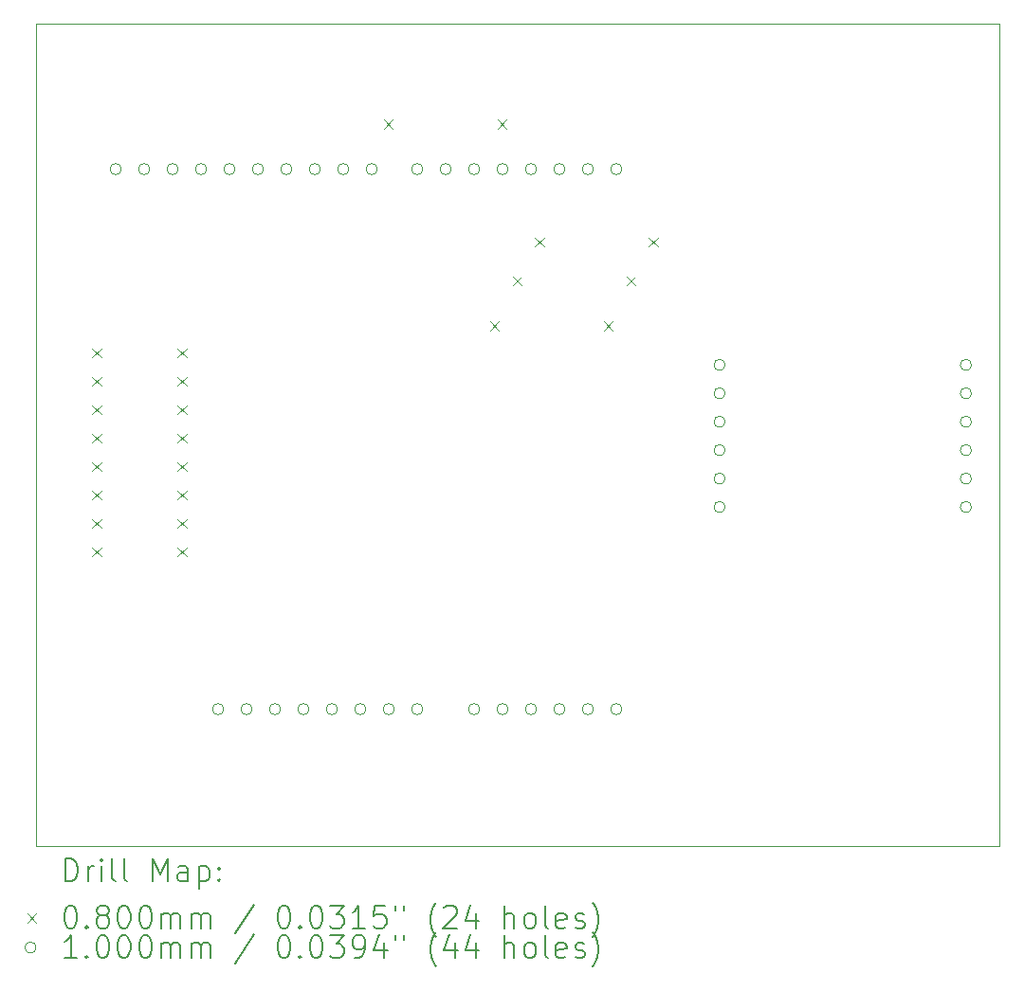
<source format=gbr>
%TF.GenerationSoftware,KiCad,Pcbnew,8.0.4-8.0.4-0~ubuntu24.04.1*%
%TF.CreationDate,2024-08-14T22:05:28+02:00*%
%TF.ProjectId,test_pcb,74657374-5f70-4636-922e-6b696361645f,rev?*%
%TF.SameCoordinates,Original*%
%TF.FileFunction,Drillmap*%
%TF.FilePolarity,Positive*%
%FSLAX45Y45*%
G04 Gerber Fmt 4.5, Leading zero omitted, Abs format (unit mm)*
G04 Created by KiCad (PCBNEW 8.0.4-8.0.4-0~ubuntu24.04.1) date 2024-08-14 22:05:28*
%MOMM*%
%LPD*%
G01*
G04 APERTURE LIST*
%ADD10C,0.050000*%
%ADD11C,0.200000*%
%ADD12C,0.100000*%
G04 APERTURE END LIST*
D10*
X11450000Y-6000000D02*
X20050000Y-6000000D01*
X20050000Y-13350000D01*
X11450000Y-13350000D01*
X11450000Y-6000000D01*
D11*
D12*
X11948000Y-8902000D02*
X12028000Y-8982000D01*
X12028000Y-8902000D02*
X11948000Y-8982000D01*
X11948000Y-9156000D02*
X12028000Y-9236000D01*
X12028000Y-9156000D02*
X11948000Y-9236000D01*
X11948000Y-9410000D02*
X12028000Y-9490000D01*
X12028000Y-9410000D02*
X11948000Y-9490000D01*
X11948000Y-9664000D02*
X12028000Y-9744000D01*
X12028000Y-9664000D02*
X11948000Y-9744000D01*
X11948000Y-9918000D02*
X12028000Y-9998000D01*
X12028000Y-9918000D02*
X11948000Y-9998000D01*
X11948000Y-10172000D02*
X12028000Y-10252000D01*
X12028000Y-10172000D02*
X11948000Y-10252000D01*
X11948000Y-10426000D02*
X12028000Y-10506000D01*
X12028000Y-10426000D02*
X11948000Y-10506000D01*
X11948000Y-10680000D02*
X12028000Y-10760000D01*
X12028000Y-10680000D02*
X11948000Y-10760000D01*
X12710000Y-8902000D02*
X12790000Y-8982000D01*
X12790000Y-8902000D02*
X12710000Y-8982000D01*
X12710000Y-9156000D02*
X12790000Y-9236000D01*
X12790000Y-9156000D02*
X12710000Y-9236000D01*
X12710000Y-9410000D02*
X12790000Y-9490000D01*
X12790000Y-9410000D02*
X12710000Y-9490000D01*
X12710000Y-9664000D02*
X12790000Y-9744000D01*
X12790000Y-9664000D02*
X12710000Y-9744000D01*
X12710000Y-9918000D02*
X12790000Y-9998000D01*
X12790000Y-9918000D02*
X12710000Y-9998000D01*
X12710000Y-10172000D02*
X12790000Y-10252000D01*
X12790000Y-10172000D02*
X12710000Y-10252000D01*
X12710000Y-10426000D02*
X12790000Y-10506000D01*
X12790000Y-10426000D02*
X12710000Y-10506000D01*
X12710000Y-10680000D02*
X12790000Y-10760000D01*
X12790000Y-10680000D02*
X12710000Y-10760000D01*
X14552000Y-6860000D02*
X14632000Y-6940000D01*
X14632000Y-6860000D02*
X14552000Y-6940000D01*
X15502000Y-8660000D02*
X15582000Y-8740000D01*
X15582000Y-8660000D02*
X15502000Y-8740000D01*
X15568000Y-6860000D02*
X15648000Y-6940000D01*
X15648000Y-6860000D02*
X15568000Y-6940000D01*
X15702000Y-8260000D02*
X15782000Y-8340000D01*
X15782000Y-8260000D02*
X15702000Y-8340000D01*
X15902000Y-7910000D02*
X15982000Y-7990000D01*
X15982000Y-7910000D02*
X15902000Y-7990000D01*
X16518000Y-8660000D02*
X16598000Y-8740000D01*
X16598000Y-8660000D02*
X16518000Y-8740000D01*
X16718000Y-8260000D02*
X16798000Y-8340000D01*
X16798000Y-8260000D02*
X16718000Y-8340000D01*
X16918000Y-7910000D02*
X16998000Y-7990000D01*
X16998000Y-7910000D02*
X16918000Y-7990000D01*
X12208000Y-7300000D02*
G75*
G02*
X12108000Y-7300000I-50000J0D01*
G01*
X12108000Y-7300000D02*
G75*
G02*
X12208000Y-7300000I50000J0D01*
G01*
X12462000Y-7300000D02*
G75*
G02*
X12362000Y-7300000I-50000J0D01*
G01*
X12362000Y-7300000D02*
G75*
G02*
X12462000Y-7300000I50000J0D01*
G01*
X12716000Y-7300000D02*
G75*
G02*
X12616000Y-7300000I-50000J0D01*
G01*
X12616000Y-7300000D02*
G75*
G02*
X12716000Y-7300000I50000J0D01*
G01*
X12970000Y-7300000D02*
G75*
G02*
X12870000Y-7300000I-50000J0D01*
G01*
X12870000Y-7300000D02*
G75*
G02*
X12970000Y-7300000I50000J0D01*
G01*
X13122000Y-12126000D02*
G75*
G02*
X13022000Y-12126000I-50000J0D01*
G01*
X13022000Y-12126000D02*
G75*
G02*
X13122000Y-12126000I50000J0D01*
G01*
X13224000Y-7300000D02*
G75*
G02*
X13124000Y-7300000I-50000J0D01*
G01*
X13124000Y-7300000D02*
G75*
G02*
X13224000Y-7300000I50000J0D01*
G01*
X13376000Y-12126000D02*
G75*
G02*
X13276000Y-12126000I-50000J0D01*
G01*
X13276000Y-12126000D02*
G75*
G02*
X13376000Y-12126000I50000J0D01*
G01*
X13478000Y-7300000D02*
G75*
G02*
X13378000Y-7300000I-50000J0D01*
G01*
X13378000Y-7300000D02*
G75*
G02*
X13478000Y-7300000I50000J0D01*
G01*
X13630000Y-12126000D02*
G75*
G02*
X13530000Y-12126000I-50000J0D01*
G01*
X13530000Y-12126000D02*
G75*
G02*
X13630000Y-12126000I50000J0D01*
G01*
X13732000Y-7300000D02*
G75*
G02*
X13632000Y-7300000I-50000J0D01*
G01*
X13632000Y-7300000D02*
G75*
G02*
X13732000Y-7300000I50000J0D01*
G01*
X13884000Y-12126000D02*
G75*
G02*
X13784000Y-12126000I-50000J0D01*
G01*
X13784000Y-12126000D02*
G75*
G02*
X13884000Y-12126000I50000J0D01*
G01*
X13986000Y-7300000D02*
G75*
G02*
X13886000Y-7300000I-50000J0D01*
G01*
X13886000Y-7300000D02*
G75*
G02*
X13986000Y-7300000I50000J0D01*
G01*
X14138000Y-12126000D02*
G75*
G02*
X14038000Y-12126000I-50000J0D01*
G01*
X14038000Y-12126000D02*
G75*
G02*
X14138000Y-12126000I50000J0D01*
G01*
X14240000Y-7300000D02*
G75*
G02*
X14140000Y-7300000I-50000J0D01*
G01*
X14140000Y-7300000D02*
G75*
G02*
X14240000Y-7300000I50000J0D01*
G01*
X14392000Y-12126000D02*
G75*
G02*
X14292000Y-12126000I-50000J0D01*
G01*
X14292000Y-12126000D02*
G75*
G02*
X14392000Y-12126000I50000J0D01*
G01*
X14494000Y-7300000D02*
G75*
G02*
X14394000Y-7300000I-50000J0D01*
G01*
X14394000Y-7300000D02*
G75*
G02*
X14494000Y-7300000I50000J0D01*
G01*
X14646000Y-12126000D02*
G75*
G02*
X14546000Y-12126000I-50000J0D01*
G01*
X14546000Y-12126000D02*
G75*
G02*
X14646000Y-12126000I50000J0D01*
G01*
X14900000Y-7300000D02*
G75*
G02*
X14800000Y-7300000I-50000J0D01*
G01*
X14800000Y-7300000D02*
G75*
G02*
X14900000Y-7300000I50000J0D01*
G01*
X14900000Y-12126000D02*
G75*
G02*
X14800000Y-12126000I-50000J0D01*
G01*
X14800000Y-12126000D02*
G75*
G02*
X14900000Y-12126000I50000J0D01*
G01*
X15154000Y-7300000D02*
G75*
G02*
X15054000Y-7300000I-50000J0D01*
G01*
X15054000Y-7300000D02*
G75*
G02*
X15154000Y-7300000I50000J0D01*
G01*
X15408000Y-7300000D02*
G75*
G02*
X15308000Y-7300000I-50000J0D01*
G01*
X15308000Y-7300000D02*
G75*
G02*
X15408000Y-7300000I50000J0D01*
G01*
X15408000Y-12126000D02*
G75*
G02*
X15308000Y-12126000I-50000J0D01*
G01*
X15308000Y-12126000D02*
G75*
G02*
X15408000Y-12126000I50000J0D01*
G01*
X15662000Y-7300000D02*
G75*
G02*
X15562000Y-7300000I-50000J0D01*
G01*
X15562000Y-7300000D02*
G75*
G02*
X15662000Y-7300000I50000J0D01*
G01*
X15662000Y-12126000D02*
G75*
G02*
X15562000Y-12126000I-50000J0D01*
G01*
X15562000Y-12126000D02*
G75*
G02*
X15662000Y-12126000I50000J0D01*
G01*
X15916000Y-7300000D02*
G75*
G02*
X15816000Y-7300000I-50000J0D01*
G01*
X15816000Y-7300000D02*
G75*
G02*
X15916000Y-7300000I50000J0D01*
G01*
X15916000Y-12126000D02*
G75*
G02*
X15816000Y-12126000I-50000J0D01*
G01*
X15816000Y-12126000D02*
G75*
G02*
X15916000Y-12126000I50000J0D01*
G01*
X16170000Y-7300000D02*
G75*
G02*
X16070000Y-7300000I-50000J0D01*
G01*
X16070000Y-7300000D02*
G75*
G02*
X16170000Y-7300000I50000J0D01*
G01*
X16170000Y-12126000D02*
G75*
G02*
X16070000Y-12126000I-50000J0D01*
G01*
X16070000Y-12126000D02*
G75*
G02*
X16170000Y-12126000I50000J0D01*
G01*
X16424000Y-7300000D02*
G75*
G02*
X16324000Y-7300000I-50000J0D01*
G01*
X16324000Y-7300000D02*
G75*
G02*
X16424000Y-7300000I50000J0D01*
G01*
X16424000Y-12126000D02*
G75*
G02*
X16324000Y-12126000I-50000J0D01*
G01*
X16324000Y-12126000D02*
G75*
G02*
X16424000Y-12126000I50000J0D01*
G01*
X16678000Y-7300000D02*
G75*
G02*
X16578000Y-7300000I-50000J0D01*
G01*
X16578000Y-7300000D02*
G75*
G02*
X16678000Y-7300000I50000J0D01*
G01*
X16678000Y-12126000D02*
G75*
G02*
X16578000Y-12126000I-50000J0D01*
G01*
X16578000Y-12126000D02*
G75*
G02*
X16678000Y-12126000I50000J0D01*
G01*
X17600000Y-9050000D02*
G75*
G02*
X17500000Y-9050000I-50000J0D01*
G01*
X17500000Y-9050000D02*
G75*
G02*
X17600000Y-9050000I50000J0D01*
G01*
X17600000Y-9304000D02*
G75*
G02*
X17500000Y-9304000I-50000J0D01*
G01*
X17500000Y-9304000D02*
G75*
G02*
X17600000Y-9304000I50000J0D01*
G01*
X17600000Y-9558000D02*
G75*
G02*
X17500000Y-9558000I-50000J0D01*
G01*
X17500000Y-9558000D02*
G75*
G02*
X17600000Y-9558000I50000J0D01*
G01*
X17600000Y-9812000D02*
G75*
G02*
X17500000Y-9812000I-50000J0D01*
G01*
X17500000Y-9812000D02*
G75*
G02*
X17600000Y-9812000I50000J0D01*
G01*
X17600000Y-10066000D02*
G75*
G02*
X17500000Y-10066000I-50000J0D01*
G01*
X17500000Y-10066000D02*
G75*
G02*
X17600000Y-10066000I50000J0D01*
G01*
X17600000Y-10320000D02*
G75*
G02*
X17500000Y-10320000I-50000J0D01*
G01*
X17500000Y-10320000D02*
G75*
G02*
X17600000Y-10320000I50000J0D01*
G01*
X19800000Y-9050000D02*
G75*
G02*
X19700000Y-9050000I-50000J0D01*
G01*
X19700000Y-9050000D02*
G75*
G02*
X19800000Y-9050000I50000J0D01*
G01*
X19800000Y-9304000D02*
G75*
G02*
X19700000Y-9304000I-50000J0D01*
G01*
X19700000Y-9304000D02*
G75*
G02*
X19800000Y-9304000I50000J0D01*
G01*
X19800000Y-9558000D02*
G75*
G02*
X19700000Y-9558000I-50000J0D01*
G01*
X19700000Y-9558000D02*
G75*
G02*
X19800000Y-9558000I50000J0D01*
G01*
X19800000Y-9812000D02*
G75*
G02*
X19700000Y-9812000I-50000J0D01*
G01*
X19700000Y-9812000D02*
G75*
G02*
X19800000Y-9812000I50000J0D01*
G01*
X19800000Y-10066000D02*
G75*
G02*
X19700000Y-10066000I-50000J0D01*
G01*
X19700000Y-10066000D02*
G75*
G02*
X19800000Y-10066000I50000J0D01*
G01*
X19800000Y-10320000D02*
G75*
G02*
X19700000Y-10320000I-50000J0D01*
G01*
X19700000Y-10320000D02*
G75*
G02*
X19800000Y-10320000I50000J0D01*
G01*
D11*
X11708277Y-13663984D02*
X11708277Y-13463984D01*
X11708277Y-13463984D02*
X11755896Y-13463984D01*
X11755896Y-13463984D02*
X11784467Y-13473508D01*
X11784467Y-13473508D02*
X11803515Y-13492555D01*
X11803515Y-13492555D02*
X11813039Y-13511603D01*
X11813039Y-13511603D02*
X11822562Y-13549698D01*
X11822562Y-13549698D02*
X11822562Y-13578269D01*
X11822562Y-13578269D02*
X11813039Y-13616365D01*
X11813039Y-13616365D02*
X11803515Y-13635412D01*
X11803515Y-13635412D02*
X11784467Y-13654460D01*
X11784467Y-13654460D02*
X11755896Y-13663984D01*
X11755896Y-13663984D02*
X11708277Y-13663984D01*
X11908277Y-13663984D02*
X11908277Y-13530650D01*
X11908277Y-13568746D02*
X11917801Y-13549698D01*
X11917801Y-13549698D02*
X11927324Y-13540174D01*
X11927324Y-13540174D02*
X11946372Y-13530650D01*
X11946372Y-13530650D02*
X11965420Y-13530650D01*
X12032086Y-13663984D02*
X12032086Y-13530650D01*
X12032086Y-13463984D02*
X12022562Y-13473508D01*
X12022562Y-13473508D02*
X12032086Y-13483031D01*
X12032086Y-13483031D02*
X12041610Y-13473508D01*
X12041610Y-13473508D02*
X12032086Y-13463984D01*
X12032086Y-13463984D02*
X12032086Y-13483031D01*
X12155896Y-13663984D02*
X12136848Y-13654460D01*
X12136848Y-13654460D02*
X12127324Y-13635412D01*
X12127324Y-13635412D02*
X12127324Y-13463984D01*
X12260658Y-13663984D02*
X12241610Y-13654460D01*
X12241610Y-13654460D02*
X12232086Y-13635412D01*
X12232086Y-13635412D02*
X12232086Y-13463984D01*
X12489229Y-13663984D02*
X12489229Y-13463984D01*
X12489229Y-13463984D02*
X12555896Y-13606841D01*
X12555896Y-13606841D02*
X12622562Y-13463984D01*
X12622562Y-13463984D02*
X12622562Y-13663984D01*
X12803515Y-13663984D02*
X12803515Y-13559222D01*
X12803515Y-13559222D02*
X12793991Y-13540174D01*
X12793991Y-13540174D02*
X12774943Y-13530650D01*
X12774943Y-13530650D02*
X12736848Y-13530650D01*
X12736848Y-13530650D02*
X12717801Y-13540174D01*
X12803515Y-13654460D02*
X12784467Y-13663984D01*
X12784467Y-13663984D02*
X12736848Y-13663984D01*
X12736848Y-13663984D02*
X12717801Y-13654460D01*
X12717801Y-13654460D02*
X12708277Y-13635412D01*
X12708277Y-13635412D02*
X12708277Y-13616365D01*
X12708277Y-13616365D02*
X12717801Y-13597317D01*
X12717801Y-13597317D02*
X12736848Y-13587793D01*
X12736848Y-13587793D02*
X12784467Y-13587793D01*
X12784467Y-13587793D02*
X12803515Y-13578269D01*
X12898753Y-13530650D02*
X12898753Y-13730650D01*
X12898753Y-13540174D02*
X12917801Y-13530650D01*
X12917801Y-13530650D02*
X12955896Y-13530650D01*
X12955896Y-13530650D02*
X12974943Y-13540174D01*
X12974943Y-13540174D02*
X12984467Y-13549698D01*
X12984467Y-13549698D02*
X12993991Y-13568746D01*
X12993991Y-13568746D02*
X12993991Y-13625888D01*
X12993991Y-13625888D02*
X12984467Y-13644936D01*
X12984467Y-13644936D02*
X12974943Y-13654460D01*
X12974943Y-13654460D02*
X12955896Y-13663984D01*
X12955896Y-13663984D02*
X12917801Y-13663984D01*
X12917801Y-13663984D02*
X12898753Y-13654460D01*
X13079705Y-13644936D02*
X13089229Y-13654460D01*
X13089229Y-13654460D02*
X13079705Y-13663984D01*
X13079705Y-13663984D02*
X13070182Y-13654460D01*
X13070182Y-13654460D02*
X13079705Y-13644936D01*
X13079705Y-13644936D02*
X13079705Y-13663984D01*
X13079705Y-13540174D02*
X13089229Y-13549698D01*
X13089229Y-13549698D02*
X13079705Y-13559222D01*
X13079705Y-13559222D02*
X13070182Y-13549698D01*
X13070182Y-13549698D02*
X13079705Y-13540174D01*
X13079705Y-13540174D02*
X13079705Y-13559222D01*
D12*
X11367500Y-13952500D02*
X11447500Y-14032500D01*
X11447500Y-13952500D02*
X11367500Y-14032500D01*
D11*
X11746372Y-13883984D02*
X11765420Y-13883984D01*
X11765420Y-13883984D02*
X11784467Y-13893508D01*
X11784467Y-13893508D02*
X11793991Y-13903031D01*
X11793991Y-13903031D02*
X11803515Y-13922079D01*
X11803515Y-13922079D02*
X11813039Y-13960174D01*
X11813039Y-13960174D02*
X11813039Y-14007793D01*
X11813039Y-14007793D02*
X11803515Y-14045888D01*
X11803515Y-14045888D02*
X11793991Y-14064936D01*
X11793991Y-14064936D02*
X11784467Y-14074460D01*
X11784467Y-14074460D02*
X11765420Y-14083984D01*
X11765420Y-14083984D02*
X11746372Y-14083984D01*
X11746372Y-14083984D02*
X11727324Y-14074460D01*
X11727324Y-14074460D02*
X11717801Y-14064936D01*
X11717801Y-14064936D02*
X11708277Y-14045888D01*
X11708277Y-14045888D02*
X11698753Y-14007793D01*
X11698753Y-14007793D02*
X11698753Y-13960174D01*
X11698753Y-13960174D02*
X11708277Y-13922079D01*
X11708277Y-13922079D02*
X11717801Y-13903031D01*
X11717801Y-13903031D02*
X11727324Y-13893508D01*
X11727324Y-13893508D02*
X11746372Y-13883984D01*
X11898753Y-14064936D02*
X11908277Y-14074460D01*
X11908277Y-14074460D02*
X11898753Y-14083984D01*
X11898753Y-14083984D02*
X11889229Y-14074460D01*
X11889229Y-14074460D02*
X11898753Y-14064936D01*
X11898753Y-14064936D02*
X11898753Y-14083984D01*
X12022562Y-13969698D02*
X12003515Y-13960174D01*
X12003515Y-13960174D02*
X11993991Y-13950650D01*
X11993991Y-13950650D02*
X11984467Y-13931603D01*
X11984467Y-13931603D02*
X11984467Y-13922079D01*
X11984467Y-13922079D02*
X11993991Y-13903031D01*
X11993991Y-13903031D02*
X12003515Y-13893508D01*
X12003515Y-13893508D02*
X12022562Y-13883984D01*
X12022562Y-13883984D02*
X12060658Y-13883984D01*
X12060658Y-13883984D02*
X12079705Y-13893508D01*
X12079705Y-13893508D02*
X12089229Y-13903031D01*
X12089229Y-13903031D02*
X12098753Y-13922079D01*
X12098753Y-13922079D02*
X12098753Y-13931603D01*
X12098753Y-13931603D02*
X12089229Y-13950650D01*
X12089229Y-13950650D02*
X12079705Y-13960174D01*
X12079705Y-13960174D02*
X12060658Y-13969698D01*
X12060658Y-13969698D02*
X12022562Y-13969698D01*
X12022562Y-13969698D02*
X12003515Y-13979222D01*
X12003515Y-13979222D02*
X11993991Y-13988746D01*
X11993991Y-13988746D02*
X11984467Y-14007793D01*
X11984467Y-14007793D02*
X11984467Y-14045888D01*
X11984467Y-14045888D02*
X11993991Y-14064936D01*
X11993991Y-14064936D02*
X12003515Y-14074460D01*
X12003515Y-14074460D02*
X12022562Y-14083984D01*
X12022562Y-14083984D02*
X12060658Y-14083984D01*
X12060658Y-14083984D02*
X12079705Y-14074460D01*
X12079705Y-14074460D02*
X12089229Y-14064936D01*
X12089229Y-14064936D02*
X12098753Y-14045888D01*
X12098753Y-14045888D02*
X12098753Y-14007793D01*
X12098753Y-14007793D02*
X12089229Y-13988746D01*
X12089229Y-13988746D02*
X12079705Y-13979222D01*
X12079705Y-13979222D02*
X12060658Y-13969698D01*
X12222562Y-13883984D02*
X12241610Y-13883984D01*
X12241610Y-13883984D02*
X12260658Y-13893508D01*
X12260658Y-13893508D02*
X12270182Y-13903031D01*
X12270182Y-13903031D02*
X12279705Y-13922079D01*
X12279705Y-13922079D02*
X12289229Y-13960174D01*
X12289229Y-13960174D02*
X12289229Y-14007793D01*
X12289229Y-14007793D02*
X12279705Y-14045888D01*
X12279705Y-14045888D02*
X12270182Y-14064936D01*
X12270182Y-14064936D02*
X12260658Y-14074460D01*
X12260658Y-14074460D02*
X12241610Y-14083984D01*
X12241610Y-14083984D02*
X12222562Y-14083984D01*
X12222562Y-14083984D02*
X12203515Y-14074460D01*
X12203515Y-14074460D02*
X12193991Y-14064936D01*
X12193991Y-14064936D02*
X12184467Y-14045888D01*
X12184467Y-14045888D02*
X12174943Y-14007793D01*
X12174943Y-14007793D02*
X12174943Y-13960174D01*
X12174943Y-13960174D02*
X12184467Y-13922079D01*
X12184467Y-13922079D02*
X12193991Y-13903031D01*
X12193991Y-13903031D02*
X12203515Y-13893508D01*
X12203515Y-13893508D02*
X12222562Y-13883984D01*
X12413039Y-13883984D02*
X12432086Y-13883984D01*
X12432086Y-13883984D02*
X12451134Y-13893508D01*
X12451134Y-13893508D02*
X12460658Y-13903031D01*
X12460658Y-13903031D02*
X12470182Y-13922079D01*
X12470182Y-13922079D02*
X12479705Y-13960174D01*
X12479705Y-13960174D02*
X12479705Y-14007793D01*
X12479705Y-14007793D02*
X12470182Y-14045888D01*
X12470182Y-14045888D02*
X12460658Y-14064936D01*
X12460658Y-14064936D02*
X12451134Y-14074460D01*
X12451134Y-14074460D02*
X12432086Y-14083984D01*
X12432086Y-14083984D02*
X12413039Y-14083984D01*
X12413039Y-14083984D02*
X12393991Y-14074460D01*
X12393991Y-14074460D02*
X12384467Y-14064936D01*
X12384467Y-14064936D02*
X12374943Y-14045888D01*
X12374943Y-14045888D02*
X12365420Y-14007793D01*
X12365420Y-14007793D02*
X12365420Y-13960174D01*
X12365420Y-13960174D02*
X12374943Y-13922079D01*
X12374943Y-13922079D02*
X12384467Y-13903031D01*
X12384467Y-13903031D02*
X12393991Y-13893508D01*
X12393991Y-13893508D02*
X12413039Y-13883984D01*
X12565420Y-14083984D02*
X12565420Y-13950650D01*
X12565420Y-13969698D02*
X12574943Y-13960174D01*
X12574943Y-13960174D02*
X12593991Y-13950650D01*
X12593991Y-13950650D02*
X12622563Y-13950650D01*
X12622563Y-13950650D02*
X12641610Y-13960174D01*
X12641610Y-13960174D02*
X12651134Y-13979222D01*
X12651134Y-13979222D02*
X12651134Y-14083984D01*
X12651134Y-13979222D02*
X12660658Y-13960174D01*
X12660658Y-13960174D02*
X12679705Y-13950650D01*
X12679705Y-13950650D02*
X12708277Y-13950650D01*
X12708277Y-13950650D02*
X12727324Y-13960174D01*
X12727324Y-13960174D02*
X12736848Y-13979222D01*
X12736848Y-13979222D02*
X12736848Y-14083984D01*
X12832086Y-14083984D02*
X12832086Y-13950650D01*
X12832086Y-13969698D02*
X12841610Y-13960174D01*
X12841610Y-13960174D02*
X12860658Y-13950650D01*
X12860658Y-13950650D02*
X12889229Y-13950650D01*
X12889229Y-13950650D02*
X12908277Y-13960174D01*
X12908277Y-13960174D02*
X12917801Y-13979222D01*
X12917801Y-13979222D02*
X12917801Y-14083984D01*
X12917801Y-13979222D02*
X12927324Y-13960174D01*
X12927324Y-13960174D02*
X12946372Y-13950650D01*
X12946372Y-13950650D02*
X12974943Y-13950650D01*
X12974943Y-13950650D02*
X12993991Y-13960174D01*
X12993991Y-13960174D02*
X13003515Y-13979222D01*
X13003515Y-13979222D02*
X13003515Y-14083984D01*
X13393991Y-13874460D02*
X13222563Y-14131603D01*
X13651134Y-13883984D02*
X13670182Y-13883984D01*
X13670182Y-13883984D02*
X13689229Y-13893508D01*
X13689229Y-13893508D02*
X13698753Y-13903031D01*
X13698753Y-13903031D02*
X13708277Y-13922079D01*
X13708277Y-13922079D02*
X13717801Y-13960174D01*
X13717801Y-13960174D02*
X13717801Y-14007793D01*
X13717801Y-14007793D02*
X13708277Y-14045888D01*
X13708277Y-14045888D02*
X13698753Y-14064936D01*
X13698753Y-14064936D02*
X13689229Y-14074460D01*
X13689229Y-14074460D02*
X13670182Y-14083984D01*
X13670182Y-14083984D02*
X13651134Y-14083984D01*
X13651134Y-14083984D02*
X13632086Y-14074460D01*
X13632086Y-14074460D02*
X13622563Y-14064936D01*
X13622563Y-14064936D02*
X13613039Y-14045888D01*
X13613039Y-14045888D02*
X13603515Y-14007793D01*
X13603515Y-14007793D02*
X13603515Y-13960174D01*
X13603515Y-13960174D02*
X13613039Y-13922079D01*
X13613039Y-13922079D02*
X13622563Y-13903031D01*
X13622563Y-13903031D02*
X13632086Y-13893508D01*
X13632086Y-13893508D02*
X13651134Y-13883984D01*
X13803515Y-14064936D02*
X13813039Y-14074460D01*
X13813039Y-14074460D02*
X13803515Y-14083984D01*
X13803515Y-14083984D02*
X13793991Y-14074460D01*
X13793991Y-14074460D02*
X13803515Y-14064936D01*
X13803515Y-14064936D02*
X13803515Y-14083984D01*
X13936848Y-13883984D02*
X13955896Y-13883984D01*
X13955896Y-13883984D02*
X13974944Y-13893508D01*
X13974944Y-13893508D02*
X13984467Y-13903031D01*
X13984467Y-13903031D02*
X13993991Y-13922079D01*
X13993991Y-13922079D02*
X14003515Y-13960174D01*
X14003515Y-13960174D02*
X14003515Y-14007793D01*
X14003515Y-14007793D02*
X13993991Y-14045888D01*
X13993991Y-14045888D02*
X13984467Y-14064936D01*
X13984467Y-14064936D02*
X13974944Y-14074460D01*
X13974944Y-14074460D02*
X13955896Y-14083984D01*
X13955896Y-14083984D02*
X13936848Y-14083984D01*
X13936848Y-14083984D02*
X13917801Y-14074460D01*
X13917801Y-14074460D02*
X13908277Y-14064936D01*
X13908277Y-14064936D02*
X13898753Y-14045888D01*
X13898753Y-14045888D02*
X13889229Y-14007793D01*
X13889229Y-14007793D02*
X13889229Y-13960174D01*
X13889229Y-13960174D02*
X13898753Y-13922079D01*
X13898753Y-13922079D02*
X13908277Y-13903031D01*
X13908277Y-13903031D02*
X13917801Y-13893508D01*
X13917801Y-13893508D02*
X13936848Y-13883984D01*
X14070182Y-13883984D02*
X14193991Y-13883984D01*
X14193991Y-13883984D02*
X14127325Y-13960174D01*
X14127325Y-13960174D02*
X14155896Y-13960174D01*
X14155896Y-13960174D02*
X14174944Y-13969698D01*
X14174944Y-13969698D02*
X14184467Y-13979222D01*
X14184467Y-13979222D02*
X14193991Y-13998269D01*
X14193991Y-13998269D02*
X14193991Y-14045888D01*
X14193991Y-14045888D02*
X14184467Y-14064936D01*
X14184467Y-14064936D02*
X14174944Y-14074460D01*
X14174944Y-14074460D02*
X14155896Y-14083984D01*
X14155896Y-14083984D02*
X14098753Y-14083984D01*
X14098753Y-14083984D02*
X14079706Y-14074460D01*
X14079706Y-14074460D02*
X14070182Y-14064936D01*
X14384467Y-14083984D02*
X14270182Y-14083984D01*
X14327325Y-14083984D02*
X14327325Y-13883984D01*
X14327325Y-13883984D02*
X14308277Y-13912555D01*
X14308277Y-13912555D02*
X14289229Y-13931603D01*
X14289229Y-13931603D02*
X14270182Y-13941127D01*
X14565420Y-13883984D02*
X14470182Y-13883984D01*
X14470182Y-13883984D02*
X14460658Y-13979222D01*
X14460658Y-13979222D02*
X14470182Y-13969698D01*
X14470182Y-13969698D02*
X14489229Y-13960174D01*
X14489229Y-13960174D02*
X14536848Y-13960174D01*
X14536848Y-13960174D02*
X14555896Y-13969698D01*
X14555896Y-13969698D02*
X14565420Y-13979222D01*
X14565420Y-13979222D02*
X14574944Y-13998269D01*
X14574944Y-13998269D02*
X14574944Y-14045888D01*
X14574944Y-14045888D02*
X14565420Y-14064936D01*
X14565420Y-14064936D02*
X14555896Y-14074460D01*
X14555896Y-14074460D02*
X14536848Y-14083984D01*
X14536848Y-14083984D02*
X14489229Y-14083984D01*
X14489229Y-14083984D02*
X14470182Y-14074460D01*
X14470182Y-14074460D02*
X14460658Y-14064936D01*
X14651134Y-13883984D02*
X14651134Y-13922079D01*
X14727325Y-13883984D02*
X14727325Y-13922079D01*
X15022563Y-14160174D02*
X15013039Y-14150650D01*
X15013039Y-14150650D02*
X14993991Y-14122079D01*
X14993991Y-14122079D02*
X14984468Y-14103031D01*
X14984468Y-14103031D02*
X14974944Y-14074460D01*
X14974944Y-14074460D02*
X14965420Y-14026841D01*
X14965420Y-14026841D02*
X14965420Y-13988746D01*
X14965420Y-13988746D02*
X14974944Y-13941127D01*
X14974944Y-13941127D02*
X14984468Y-13912555D01*
X14984468Y-13912555D02*
X14993991Y-13893508D01*
X14993991Y-13893508D02*
X15013039Y-13864936D01*
X15013039Y-13864936D02*
X15022563Y-13855412D01*
X15089229Y-13903031D02*
X15098753Y-13893508D01*
X15098753Y-13893508D02*
X15117801Y-13883984D01*
X15117801Y-13883984D02*
X15165420Y-13883984D01*
X15165420Y-13883984D02*
X15184468Y-13893508D01*
X15184468Y-13893508D02*
X15193991Y-13903031D01*
X15193991Y-13903031D02*
X15203515Y-13922079D01*
X15203515Y-13922079D02*
X15203515Y-13941127D01*
X15203515Y-13941127D02*
X15193991Y-13969698D01*
X15193991Y-13969698D02*
X15079706Y-14083984D01*
X15079706Y-14083984D02*
X15203515Y-14083984D01*
X15374944Y-13950650D02*
X15374944Y-14083984D01*
X15327325Y-13874460D02*
X15279706Y-14017317D01*
X15279706Y-14017317D02*
X15403515Y-14017317D01*
X15632087Y-14083984D02*
X15632087Y-13883984D01*
X15717801Y-14083984D02*
X15717801Y-13979222D01*
X15717801Y-13979222D02*
X15708277Y-13960174D01*
X15708277Y-13960174D02*
X15689230Y-13950650D01*
X15689230Y-13950650D02*
X15660658Y-13950650D01*
X15660658Y-13950650D02*
X15641610Y-13960174D01*
X15641610Y-13960174D02*
X15632087Y-13969698D01*
X15841610Y-14083984D02*
X15822563Y-14074460D01*
X15822563Y-14074460D02*
X15813039Y-14064936D01*
X15813039Y-14064936D02*
X15803515Y-14045888D01*
X15803515Y-14045888D02*
X15803515Y-13988746D01*
X15803515Y-13988746D02*
X15813039Y-13969698D01*
X15813039Y-13969698D02*
X15822563Y-13960174D01*
X15822563Y-13960174D02*
X15841610Y-13950650D01*
X15841610Y-13950650D02*
X15870182Y-13950650D01*
X15870182Y-13950650D02*
X15889230Y-13960174D01*
X15889230Y-13960174D02*
X15898753Y-13969698D01*
X15898753Y-13969698D02*
X15908277Y-13988746D01*
X15908277Y-13988746D02*
X15908277Y-14045888D01*
X15908277Y-14045888D02*
X15898753Y-14064936D01*
X15898753Y-14064936D02*
X15889230Y-14074460D01*
X15889230Y-14074460D02*
X15870182Y-14083984D01*
X15870182Y-14083984D02*
X15841610Y-14083984D01*
X16022563Y-14083984D02*
X16003515Y-14074460D01*
X16003515Y-14074460D02*
X15993991Y-14055412D01*
X15993991Y-14055412D02*
X15993991Y-13883984D01*
X16174944Y-14074460D02*
X16155896Y-14083984D01*
X16155896Y-14083984D02*
X16117801Y-14083984D01*
X16117801Y-14083984D02*
X16098753Y-14074460D01*
X16098753Y-14074460D02*
X16089230Y-14055412D01*
X16089230Y-14055412D02*
X16089230Y-13979222D01*
X16089230Y-13979222D02*
X16098753Y-13960174D01*
X16098753Y-13960174D02*
X16117801Y-13950650D01*
X16117801Y-13950650D02*
X16155896Y-13950650D01*
X16155896Y-13950650D02*
X16174944Y-13960174D01*
X16174944Y-13960174D02*
X16184468Y-13979222D01*
X16184468Y-13979222D02*
X16184468Y-13998269D01*
X16184468Y-13998269D02*
X16089230Y-14017317D01*
X16260658Y-14074460D02*
X16279706Y-14083984D01*
X16279706Y-14083984D02*
X16317801Y-14083984D01*
X16317801Y-14083984D02*
X16336849Y-14074460D01*
X16336849Y-14074460D02*
X16346372Y-14055412D01*
X16346372Y-14055412D02*
X16346372Y-14045888D01*
X16346372Y-14045888D02*
X16336849Y-14026841D01*
X16336849Y-14026841D02*
X16317801Y-14017317D01*
X16317801Y-14017317D02*
X16289230Y-14017317D01*
X16289230Y-14017317D02*
X16270182Y-14007793D01*
X16270182Y-14007793D02*
X16260658Y-13988746D01*
X16260658Y-13988746D02*
X16260658Y-13979222D01*
X16260658Y-13979222D02*
X16270182Y-13960174D01*
X16270182Y-13960174D02*
X16289230Y-13950650D01*
X16289230Y-13950650D02*
X16317801Y-13950650D01*
X16317801Y-13950650D02*
X16336849Y-13960174D01*
X16413039Y-14160174D02*
X16422563Y-14150650D01*
X16422563Y-14150650D02*
X16441611Y-14122079D01*
X16441611Y-14122079D02*
X16451134Y-14103031D01*
X16451134Y-14103031D02*
X16460658Y-14074460D01*
X16460658Y-14074460D02*
X16470182Y-14026841D01*
X16470182Y-14026841D02*
X16470182Y-13988746D01*
X16470182Y-13988746D02*
X16460658Y-13941127D01*
X16460658Y-13941127D02*
X16451134Y-13912555D01*
X16451134Y-13912555D02*
X16441611Y-13893508D01*
X16441611Y-13893508D02*
X16422563Y-13864936D01*
X16422563Y-13864936D02*
X16413039Y-13855412D01*
D12*
X11447500Y-14256500D02*
G75*
G02*
X11347500Y-14256500I-50000J0D01*
G01*
X11347500Y-14256500D02*
G75*
G02*
X11447500Y-14256500I50000J0D01*
G01*
D11*
X11813039Y-14347984D02*
X11698753Y-14347984D01*
X11755896Y-14347984D02*
X11755896Y-14147984D01*
X11755896Y-14147984D02*
X11736848Y-14176555D01*
X11736848Y-14176555D02*
X11717801Y-14195603D01*
X11717801Y-14195603D02*
X11698753Y-14205127D01*
X11898753Y-14328936D02*
X11908277Y-14338460D01*
X11908277Y-14338460D02*
X11898753Y-14347984D01*
X11898753Y-14347984D02*
X11889229Y-14338460D01*
X11889229Y-14338460D02*
X11898753Y-14328936D01*
X11898753Y-14328936D02*
X11898753Y-14347984D01*
X12032086Y-14147984D02*
X12051134Y-14147984D01*
X12051134Y-14147984D02*
X12070182Y-14157508D01*
X12070182Y-14157508D02*
X12079705Y-14167031D01*
X12079705Y-14167031D02*
X12089229Y-14186079D01*
X12089229Y-14186079D02*
X12098753Y-14224174D01*
X12098753Y-14224174D02*
X12098753Y-14271793D01*
X12098753Y-14271793D02*
X12089229Y-14309888D01*
X12089229Y-14309888D02*
X12079705Y-14328936D01*
X12079705Y-14328936D02*
X12070182Y-14338460D01*
X12070182Y-14338460D02*
X12051134Y-14347984D01*
X12051134Y-14347984D02*
X12032086Y-14347984D01*
X12032086Y-14347984D02*
X12013039Y-14338460D01*
X12013039Y-14338460D02*
X12003515Y-14328936D01*
X12003515Y-14328936D02*
X11993991Y-14309888D01*
X11993991Y-14309888D02*
X11984467Y-14271793D01*
X11984467Y-14271793D02*
X11984467Y-14224174D01*
X11984467Y-14224174D02*
X11993991Y-14186079D01*
X11993991Y-14186079D02*
X12003515Y-14167031D01*
X12003515Y-14167031D02*
X12013039Y-14157508D01*
X12013039Y-14157508D02*
X12032086Y-14147984D01*
X12222562Y-14147984D02*
X12241610Y-14147984D01*
X12241610Y-14147984D02*
X12260658Y-14157508D01*
X12260658Y-14157508D02*
X12270182Y-14167031D01*
X12270182Y-14167031D02*
X12279705Y-14186079D01*
X12279705Y-14186079D02*
X12289229Y-14224174D01*
X12289229Y-14224174D02*
X12289229Y-14271793D01*
X12289229Y-14271793D02*
X12279705Y-14309888D01*
X12279705Y-14309888D02*
X12270182Y-14328936D01*
X12270182Y-14328936D02*
X12260658Y-14338460D01*
X12260658Y-14338460D02*
X12241610Y-14347984D01*
X12241610Y-14347984D02*
X12222562Y-14347984D01*
X12222562Y-14347984D02*
X12203515Y-14338460D01*
X12203515Y-14338460D02*
X12193991Y-14328936D01*
X12193991Y-14328936D02*
X12184467Y-14309888D01*
X12184467Y-14309888D02*
X12174943Y-14271793D01*
X12174943Y-14271793D02*
X12174943Y-14224174D01*
X12174943Y-14224174D02*
X12184467Y-14186079D01*
X12184467Y-14186079D02*
X12193991Y-14167031D01*
X12193991Y-14167031D02*
X12203515Y-14157508D01*
X12203515Y-14157508D02*
X12222562Y-14147984D01*
X12413039Y-14147984D02*
X12432086Y-14147984D01*
X12432086Y-14147984D02*
X12451134Y-14157508D01*
X12451134Y-14157508D02*
X12460658Y-14167031D01*
X12460658Y-14167031D02*
X12470182Y-14186079D01*
X12470182Y-14186079D02*
X12479705Y-14224174D01*
X12479705Y-14224174D02*
X12479705Y-14271793D01*
X12479705Y-14271793D02*
X12470182Y-14309888D01*
X12470182Y-14309888D02*
X12460658Y-14328936D01*
X12460658Y-14328936D02*
X12451134Y-14338460D01*
X12451134Y-14338460D02*
X12432086Y-14347984D01*
X12432086Y-14347984D02*
X12413039Y-14347984D01*
X12413039Y-14347984D02*
X12393991Y-14338460D01*
X12393991Y-14338460D02*
X12384467Y-14328936D01*
X12384467Y-14328936D02*
X12374943Y-14309888D01*
X12374943Y-14309888D02*
X12365420Y-14271793D01*
X12365420Y-14271793D02*
X12365420Y-14224174D01*
X12365420Y-14224174D02*
X12374943Y-14186079D01*
X12374943Y-14186079D02*
X12384467Y-14167031D01*
X12384467Y-14167031D02*
X12393991Y-14157508D01*
X12393991Y-14157508D02*
X12413039Y-14147984D01*
X12565420Y-14347984D02*
X12565420Y-14214650D01*
X12565420Y-14233698D02*
X12574943Y-14224174D01*
X12574943Y-14224174D02*
X12593991Y-14214650D01*
X12593991Y-14214650D02*
X12622563Y-14214650D01*
X12622563Y-14214650D02*
X12641610Y-14224174D01*
X12641610Y-14224174D02*
X12651134Y-14243222D01*
X12651134Y-14243222D02*
X12651134Y-14347984D01*
X12651134Y-14243222D02*
X12660658Y-14224174D01*
X12660658Y-14224174D02*
X12679705Y-14214650D01*
X12679705Y-14214650D02*
X12708277Y-14214650D01*
X12708277Y-14214650D02*
X12727324Y-14224174D01*
X12727324Y-14224174D02*
X12736848Y-14243222D01*
X12736848Y-14243222D02*
X12736848Y-14347984D01*
X12832086Y-14347984D02*
X12832086Y-14214650D01*
X12832086Y-14233698D02*
X12841610Y-14224174D01*
X12841610Y-14224174D02*
X12860658Y-14214650D01*
X12860658Y-14214650D02*
X12889229Y-14214650D01*
X12889229Y-14214650D02*
X12908277Y-14224174D01*
X12908277Y-14224174D02*
X12917801Y-14243222D01*
X12917801Y-14243222D02*
X12917801Y-14347984D01*
X12917801Y-14243222D02*
X12927324Y-14224174D01*
X12927324Y-14224174D02*
X12946372Y-14214650D01*
X12946372Y-14214650D02*
X12974943Y-14214650D01*
X12974943Y-14214650D02*
X12993991Y-14224174D01*
X12993991Y-14224174D02*
X13003515Y-14243222D01*
X13003515Y-14243222D02*
X13003515Y-14347984D01*
X13393991Y-14138460D02*
X13222563Y-14395603D01*
X13651134Y-14147984D02*
X13670182Y-14147984D01*
X13670182Y-14147984D02*
X13689229Y-14157508D01*
X13689229Y-14157508D02*
X13698753Y-14167031D01*
X13698753Y-14167031D02*
X13708277Y-14186079D01*
X13708277Y-14186079D02*
X13717801Y-14224174D01*
X13717801Y-14224174D02*
X13717801Y-14271793D01*
X13717801Y-14271793D02*
X13708277Y-14309888D01*
X13708277Y-14309888D02*
X13698753Y-14328936D01*
X13698753Y-14328936D02*
X13689229Y-14338460D01*
X13689229Y-14338460D02*
X13670182Y-14347984D01*
X13670182Y-14347984D02*
X13651134Y-14347984D01*
X13651134Y-14347984D02*
X13632086Y-14338460D01*
X13632086Y-14338460D02*
X13622563Y-14328936D01*
X13622563Y-14328936D02*
X13613039Y-14309888D01*
X13613039Y-14309888D02*
X13603515Y-14271793D01*
X13603515Y-14271793D02*
X13603515Y-14224174D01*
X13603515Y-14224174D02*
X13613039Y-14186079D01*
X13613039Y-14186079D02*
X13622563Y-14167031D01*
X13622563Y-14167031D02*
X13632086Y-14157508D01*
X13632086Y-14157508D02*
X13651134Y-14147984D01*
X13803515Y-14328936D02*
X13813039Y-14338460D01*
X13813039Y-14338460D02*
X13803515Y-14347984D01*
X13803515Y-14347984D02*
X13793991Y-14338460D01*
X13793991Y-14338460D02*
X13803515Y-14328936D01*
X13803515Y-14328936D02*
X13803515Y-14347984D01*
X13936848Y-14147984D02*
X13955896Y-14147984D01*
X13955896Y-14147984D02*
X13974944Y-14157508D01*
X13974944Y-14157508D02*
X13984467Y-14167031D01*
X13984467Y-14167031D02*
X13993991Y-14186079D01*
X13993991Y-14186079D02*
X14003515Y-14224174D01*
X14003515Y-14224174D02*
X14003515Y-14271793D01*
X14003515Y-14271793D02*
X13993991Y-14309888D01*
X13993991Y-14309888D02*
X13984467Y-14328936D01*
X13984467Y-14328936D02*
X13974944Y-14338460D01*
X13974944Y-14338460D02*
X13955896Y-14347984D01*
X13955896Y-14347984D02*
X13936848Y-14347984D01*
X13936848Y-14347984D02*
X13917801Y-14338460D01*
X13917801Y-14338460D02*
X13908277Y-14328936D01*
X13908277Y-14328936D02*
X13898753Y-14309888D01*
X13898753Y-14309888D02*
X13889229Y-14271793D01*
X13889229Y-14271793D02*
X13889229Y-14224174D01*
X13889229Y-14224174D02*
X13898753Y-14186079D01*
X13898753Y-14186079D02*
X13908277Y-14167031D01*
X13908277Y-14167031D02*
X13917801Y-14157508D01*
X13917801Y-14157508D02*
X13936848Y-14147984D01*
X14070182Y-14147984D02*
X14193991Y-14147984D01*
X14193991Y-14147984D02*
X14127325Y-14224174D01*
X14127325Y-14224174D02*
X14155896Y-14224174D01*
X14155896Y-14224174D02*
X14174944Y-14233698D01*
X14174944Y-14233698D02*
X14184467Y-14243222D01*
X14184467Y-14243222D02*
X14193991Y-14262269D01*
X14193991Y-14262269D02*
X14193991Y-14309888D01*
X14193991Y-14309888D02*
X14184467Y-14328936D01*
X14184467Y-14328936D02*
X14174944Y-14338460D01*
X14174944Y-14338460D02*
X14155896Y-14347984D01*
X14155896Y-14347984D02*
X14098753Y-14347984D01*
X14098753Y-14347984D02*
X14079706Y-14338460D01*
X14079706Y-14338460D02*
X14070182Y-14328936D01*
X14289229Y-14347984D02*
X14327325Y-14347984D01*
X14327325Y-14347984D02*
X14346372Y-14338460D01*
X14346372Y-14338460D02*
X14355896Y-14328936D01*
X14355896Y-14328936D02*
X14374944Y-14300365D01*
X14374944Y-14300365D02*
X14384467Y-14262269D01*
X14384467Y-14262269D02*
X14384467Y-14186079D01*
X14384467Y-14186079D02*
X14374944Y-14167031D01*
X14374944Y-14167031D02*
X14365420Y-14157508D01*
X14365420Y-14157508D02*
X14346372Y-14147984D01*
X14346372Y-14147984D02*
X14308277Y-14147984D01*
X14308277Y-14147984D02*
X14289229Y-14157508D01*
X14289229Y-14157508D02*
X14279706Y-14167031D01*
X14279706Y-14167031D02*
X14270182Y-14186079D01*
X14270182Y-14186079D02*
X14270182Y-14233698D01*
X14270182Y-14233698D02*
X14279706Y-14252746D01*
X14279706Y-14252746D02*
X14289229Y-14262269D01*
X14289229Y-14262269D02*
X14308277Y-14271793D01*
X14308277Y-14271793D02*
X14346372Y-14271793D01*
X14346372Y-14271793D02*
X14365420Y-14262269D01*
X14365420Y-14262269D02*
X14374944Y-14252746D01*
X14374944Y-14252746D02*
X14384467Y-14233698D01*
X14555896Y-14214650D02*
X14555896Y-14347984D01*
X14508277Y-14138460D02*
X14460658Y-14281317D01*
X14460658Y-14281317D02*
X14584467Y-14281317D01*
X14651134Y-14147984D02*
X14651134Y-14186079D01*
X14727325Y-14147984D02*
X14727325Y-14186079D01*
X15022563Y-14424174D02*
X15013039Y-14414650D01*
X15013039Y-14414650D02*
X14993991Y-14386079D01*
X14993991Y-14386079D02*
X14984468Y-14367031D01*
X14984468Y-14367031D02*
X14974944Y-14338460D01*
X14974944Y-14338460D02*
X14965420Y-14290841D01*
X14965420Y-14290841D02*
X14965420Y-14252746D01*
X14965420Y-14252746D02*
X14974944Y-14205127D01*
X14974944Y-14205127D02*
X14984468Y-14176555D01*
X14984468Y-14176555D02*
X14993991Y-14157508D01*
X14993991Y-14157508D02*
X15013039Y-14128936D01*
X15013039Y-14128936D02*
X15022563Y-14119412D01*
X15184468Y-14214650D02*
X15184468Y-14347984D01*
X15136848Y-14138460D02*
X15089229Y-14281317D01*
X15089229Y-14281317D02*
X15213039Y-14281317D01*
X15374944Y-14214650D02*
X15374944Y-14347984D01*
X15327325Y-14138460D02*
X15279706Y-14281317D01*
X15279706Y-14281317D02*
X15403515Y-14281317D01*
X15632087Y-14347984D02*
X15632087Y-14147984D01*
X15717801Y-14347984D02*
X15717801Y-14243222D01*
X15717801Y-14243222D02*
X15708277Y-14224174D01*
X15708277Y-14224174D02*
X15689230Y-14214650D01*
X15689230Y-14214650D02*
X15660658Y-14214650D01*
X15660658Y-14214650D02*
X15641610Y-14224174D01*
X15641610Y-14224174D02*
X15632087Y-14233698D01*
X15841610Y-14347984D02*
X15822563Y-14338460D01*
X15822563Y-14338460D02*
X15813039Y-14328936D01*
X15813039Y-14328936D02*
X15803515Y-14309888D01*
X15803515Y-14309888D02*
X15803515Y-14252746D01*
X15803515Y-14252746D02*
X15813039Y-14233698D01*
X15813039Y-14233698D02*
X15822563Y-14224174D01*
X15822563Y-14224174D02*
X15841610Y-14214650D01*
X15841610Y-14214650D02*
X15870182Y-14214650D01*
X15870182Y-14214650D02*
X15889230Y-14224174D01*
X15889230Y-14224174D02*
X15898753Y-14233698D01*
X15898753Y-14233698D02*
X15908277Y-14252746D01*
X15908277Y-14252746D02*
X15908277Y-14309888D01*
X15908277Y-14309888D02*
X15898753Y-14328936D01*
X15898753Y-14328936D02*
X15889230Y-14338460D01*
X15889230Y-14338460D02*
X15870182Y-14347984D01*
X15870182Y-14347984D02*
X15841610Y-14347984D01*
X16022563Y-14347984D02*
X16003515Y-14338460D01*
X16003515Y-14338460D02*
X15993991Y-14319412D01*
X15993991Y-14319412D02*
X15993991Y-14147984D01*
X16174944Y-14338460D02*
X16155896Y-14347984D01*
X16155896Y-14347984D02*
X16117801Y-14347984D01*
X16117801Y-14347984D02*
X16098753Y-14338460D01*
X16098753Y-14338460D02*
X16089230Y-14319412D01*
X16089230Y-14319412D02*
X16089230Y-14243222D01*
X16089230Y-14243222D02*
X16098753Y-14224174D01*
X16098753Y-14224174D02*
X16117801Y-14214650D01*
X16117801Y-14214650D02*
X16155896Y-14214650D01*
X16155896Y-14214650D02*
X16174944Y-14224174D01*
X16174944Y-14224174D02*
X16184468Y-14243222D01*
X16184468Y-14243222D02*
X16184468Y-14262269D01*
X16184468Y-14262269D02*
X16089230Y-14281317D01*
X16260658Y-14338460D02*
X16279706Y-14347984D01*
X16279706Y-14347984D02*
X16317801Y-14347984D01*
X16317801Y-14347984D02*
X16336849Y-14338460D01*
X16336849Y-14338460D02*
X16346372Y-14319412D01*
X16346372Y-14319412D02*
X16346372Y-14309888D01*
X16346372Y-14309888D02*
X16336849Y-14290841D01*
X16336849Y-14290841D02*
X16317801Y-14281317D01*
X16317801Y-14281317D02*
X16289230Y-14281317D01*
X16289230Y-14281317D02*
X16270182Y-14271793D01*
X16270182Y-14271793D02*
X16260658Y-14252746D01*
X16260658Y-14252746D02*
X16260658Y-14243222D01*
X16260658Y-14243222D02*
X16270182Y-14224174D01*
X16270182Y-14224174D02*
X16289230Y-14214650D01*
X16289230Y-14214650D02*
X16317801Y-14214650D01*
X16317801Y-14214650D02*
X16336849Y-14224174D01*
X16413039Y-14424174D02*
X16422563Y-14414650D01*
X16422563Y-14414650D02*
X16441611Y-14386079D01*
X16441611Y-14386079D02*
X16451134Y-14367031D01*
X16451134Y-14367031D02*
X16460658Y-14338460D01*
X16460658Y-14338460D02*
X16470182Y-14290841D01*
X16470182Y-14290841D02*
X16470182Y-14252746D01*
X16470182Y-14252746D02*
X16460658Y-14205127D01*
X16460658Y-14205127D02*
X16451134Y-14176555D01*
X16451134Y-14176555D02*
X16441611Y-14157508D01*
X16441611Y-14157508D02*
X16422563Y-14128936D01*
X16422563Y-14128936D02*
X16413039Y-14119412D01*
M02*

</source>
